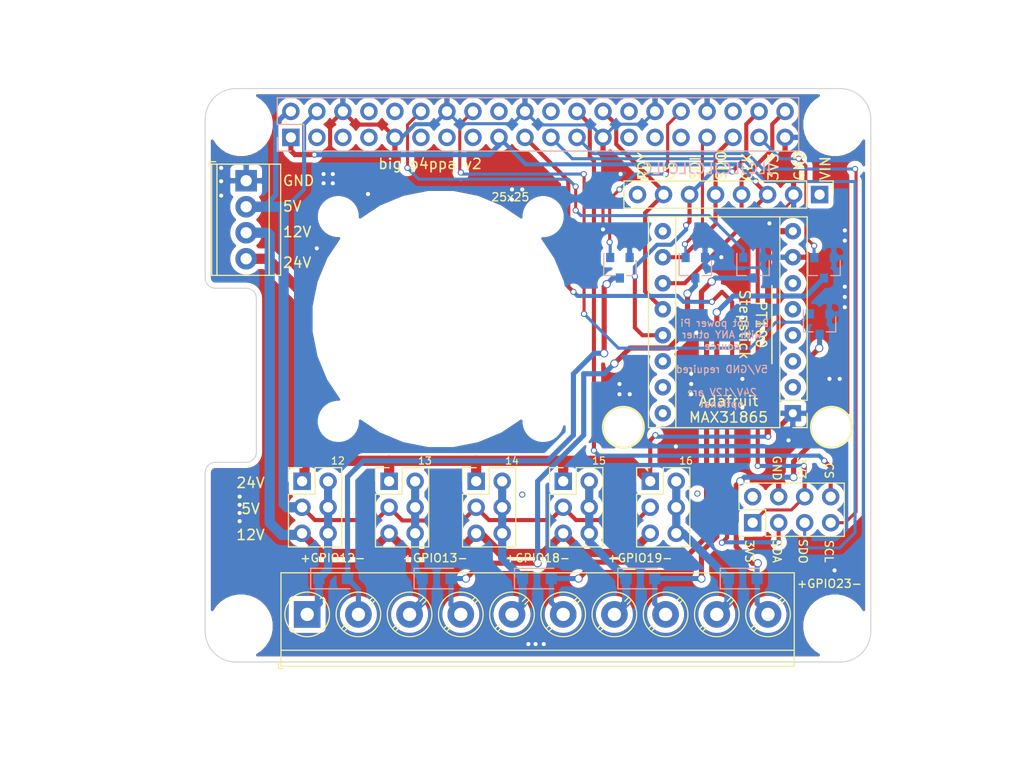
<source format=kicad_pcb>
(kicad_pcb (version 20171130) (host pcbnew "(5.1.9)-1")
  (layers (0 F.Cu signal) (31 B.Cu signal) (34 B.Paste user hide) (35 F.Paste user hide) (36 B.SilkS user) (37 F.SilkS user) (38 B.Mask user hide) (39 F.Mask user hide) (44 Edge.Cuts user))
  (net 0 "")
  (net 1 +5V)
  (net 2 GND)
  (net 3 +24V)
  (net 4 +12V)
  (net 5 +3V3)
  (net 6 MAX_SDI)
  (net 7 MAX_SDO)
  (net 8 MAX_CLK)
  (net 9 MAX_CS)
  (net 10 ADXL_CS)
  (net 11 ADXL_SDO)
  (net 12 ADXL_SDA)
  (net 13 ADXL_SCL)
  (net 14 GPIO19)
  (net 15 GPIO13)
  (net 16 GPIO12)
  (net 17 GPIO23)
  (net 18 GPIO18)
  (net 19 /GPIO12-)
  (net 20 /GPIO12+)
  (net 21 /GPIO13-)
  (net 22 /GPIO13+)
  (net 23 /GPIO18-)
  (net 24 /GPIO18+)
  (net 25 /GPIO19-)
  (net 26 /GPIO19+)
  (net 27 /GPIO23-)
  (net 28 /GPIO23+)
  (module !custom:TerminalBlock_TE_282834-4_1x04_P2.54mm_Horizontal (layer F.Cu) (at 74.5 54 270)
    (fp_text reference J1 hide)
    (fp_text value "Power Input")
    (pad 4 thru_hole circle (at 7.62 0 270) (size 2.1 2.1) (drill 1.1) (layers *.Cu *.Mask) (net 3 +24V))
    (pad 3 thru_hole circle (at 5.08 0 270) (size 2.1 2.1) (drill 1.1) (layers *.Cu *.Mask) (net 4 +12V))
    (pad 2 thru_hole circle (at 2.54 0 270) (size 2.1 2.1) (drill 1.1) (layers *.Cu *.Mask) (net 1 +5V))
    (pad 1 thru_hole rect (at 0 0 270) (size 2.1 2.1) (drill 1.1) (layers *.Cu *.Mask) (net 2 GND))
  )
  (module "Adafruit MAX31865:MOUNTINGHOLE_2.5_PLATED" (layer F.Cu) (at 111.3389 78.0764 180)
    (fp_text reference U$19 hide)
    (fp_text value H hide)
    (pad "" np_thru_hole circle (at 0 0 180) (size 3 3) (drill 3) (layers *.Cu *.Mask))
  )
  (module "Adafruit MAX31865:MOUNTINGHOLE_2.5_PLATED" (layer F.Cu) (at 131.6589 78.0764 180)
    (fp_text reference U$18 hide)
    (fp_text value H hide)
    (pad "" np_thru_hole circle (at 0 0 180) (size 3 3) (drill 3) (layers *.Cu *.Mask))
  )
  (module !Greg:Fan-25x25x10 (layer F.Cu) (at 93.5 67.5)
    (fp_text reference 25x25 (at 6.8 -11.9) (layer F.SilkS) (effects (font (size 0.8 0.8) (thickness 0.13))))
    (fp_text value Fan-25x25x10)
    (pad "" np_thru_hole circle (at 0 0) (size 24 24) (drill 24) (layers *.Cu *.Mask))
    (pad "" np_thru_hole circle (at -10 -10) (size 3 3) (drill 3) (layers *.Cu *.Mask))
    (pad "" np_thru_hole circle (at -10 10) (size 3 3) (drill 3) (layers *.Cu *.Mask))
    (pad "" np_thru_hole circle (at 10 10) (size 3 3) (drill 3) (layers *.Cu *.Mask))
    (pad "" np_thru_hole circle (at 10 -10) (size 3 3) (drill 3) (layers *.Cu *.Mask))
  )
  (module TerminalBlock_Phoenix:TerminalBlock_Phoenix_PT-1,5-10-5.0-H_1x10_P5.00mm_Horizontal (layer F.Cu) (at 80.462 96.35)
    (fp_text reference J4 hide)
    (fp_text value Output)
    (pad 10 thru_hole circle (at 45 0) (size 2.6 2.6) (drill 1.3) (layers *.Cu *.Mask) (net 27 /GPIO23-))
    (pad 9 thru_hole circle (at 40 0) (size 2.6 2.6) (drill 1.3) (layers *.Cu *.Mask) (net 28 /GPIO23+))
    (pad 8 thru_hole circle (at 35 0) (size 2.6 2.6) (drill 1.3) (layers *.Cu *.Mask) (net 25 /GPIO19-))
    (pad 7 thru_hole circle (at 30 0) (size 2.6 2.6) (drill 1.3) (layers *.Cu *.Mask) (net 26 /GPIO19+))
    (pad 6 thru_hole circle (at 25 0) (size 2.6 2.6) (drill 1.3) (layers *.Cu *.Mask) (net 23 /GPIO18-))
    (pad 5 thru_hole circle (at 20 0) (size 2.6 2.6) (drill 1.3) (layers *.Cu *.Mask) (net 24 /GPIO18+))
    (pad 4 thru_hole circle (at 15 0) (size 2.6 2.6) (drill 1.3) (layers *.Cu *.Mask) (net 21 /GPIO13-))
    (pad 3 thru_hole circle (at 10 0) (size 2.6 2.6) (drill 1.3) (layers *.Cu *.Mask) (net 22 /GPIO13+))
    (pad 2 thru_hole circle (at 5 0) (size 2.6 2.6) (drill 1.3) (layers *.Cu *.Mask) (net 19 /GPIO12-))
    (pad 1 thru_hole rect (at 0 0) (size 2.6 2.6) (drill 1.3) (layers *.Cu *.Mask) (net 20 /GPIO12+))
  )
  (module Connector_PinHeader_2.54mm:PinHeader_2x04_P2.54mm_Vertical (layer F.Cu) (at 123.962 87.396 90)
    (fp_text reference J15 hide)
    (fp_text value ADXL345)
    (pad 8 thru_hole oval (at 2.54 7.62 90) (size 1.7 1.7) (drill 1) (layers *.Cu *.Mask) (net 10 ADXL_CS))
    (pad 7 thru_hole oval (at 0 7.62 90) (size 1.7 1.7) (drill 1) (layers *.Cu *.Mask) (net 13 ADXL_SCL))
    (pad 6 thru_hole oval (at 2.54 5.08 90) (size 1.7 1.7) (drill 1) (layers *.Cu *.Mask) (net 5 +3V3))
    (pad 5 thru_hole oval (at 0 5.08 90) (size 1.7 1.7) (drill 1) (layers *.Cu *.Mask) (net 11 ADXL_SDO))
    (pad 4 thru_hole oval (at 2.54 2.54 90) (size 1.7 1.7) (drill 1) (layers *.Cu *.Mask) (net 2 GND))
    (pad 3 thru_hole oval (at 0 2.54 90) (size 1.7 1.7) (drill 1) (layers *.Cu *.Mask) (net 12 ADXL_SDA))
    (pad 2 thru_hole oval (at 2.54 0 90) (size 1.7 1.7) (drill 1) (layers *.Cu *.Mask))
    (pad 1 thru_hole rect (at 0 0 90) (size 1.7 1.7) (drill 1) (layers *.Cu *.Mask) (net 5 +3V3))
  )
  (module Package_TO_SOT_SMD:SOT-23 (layer B.Cu) (at 130.937 62.5 270)
    (fp_text reference Q6 hide)
    (fp_text value AO3402)
    (pad 3 smd rect (at 1 0 270) (size 0.9 0.8) (layers B.Cu B.Paste B.Mask) (net 25 /GPIO19-))
    (pad 2 smd rect (at -1 -0.95 270) (size 0.9 0.8) (layers B.Cu B.Paste B.Mask) (net 2 GND))
    (pad 1 smd rect (at -1 0.95 270) (size 0.9 0.8) (layers B.Cu B.Paste B.Mask) (net 14 GPIO19))
  )
  (module Module:Pololu_Breakout-16_15.2x20.3mm (layer F.Cu) (at 127.889 76.708 180)
    (fp_text reference A1 hide)
    (fp_text value Pololu_Breakout_A4988)
    (pad 16 thru_hole oval (at 12.7 0 180) (size 1.6 1.6) (drill 0.8) (layers *.Cu *.Mask))
    (pad 8 thru_hole oval (at 0 17.78 180) (size 1.6 1.6) (drill 0.8) (layers *.Cu *.Mask) (net 3 +24V))
    (pad 15 thru_hole oval (at 12.7 2.54 180) (size 1.6 1.6) (drill 0.8) (layers *.Cu *.Mask))
    (pad 7 thru_hole oval (at 0 15.24 180) (size 1.6 1.6) (drill 0.8) (layers *.Cu *.Mask) (net 2 GND))
    (pad 14 thru_hole oval (at 12.7 5.08 180) (size 1.6 1.6) (drill 0.8) (layers *.Cu *.Mask))
    (pad 6 thru_hole oval (at 0 12.7 180) (size 1.6 1.6) (drill 0.8) (layers *.Cu *.Mask))
    (pad 13 thru_hole oval (at 12.7 7.62 180) (size 1.6 1.6) (drill 0.8) (layers *.Cu *.Mask) (net 6 MAX_SDI))
    (pad 5 thru_hole oval (at 0 10.16 180) (size 1.6 1.6) (drill 0.8) (layers *.Cu *.Mask))
    (pad 12 thru_hole oval (at 12.7 10.16 180) (size 1.6 1.6) (drill 0.8) (layers *.Cu *.Mask) (net 9 MAX_CS))
    (pad 4 thru_hole oval (at 0 7.62 180) (size 1.6 1.6) (drill 0.8) (layers *.Cu *.Mask))
    (pad 11 thru_hole oval (at 12.7 12.7 180) (size 1.6 1.6) (drill 0.8) (layers *.Cu *.Mask) (net 8 MAX_CLK))
    (pad 3 thru_hole oval (at 0 5.08 180) (size 1.6 1.6) (drill 0.8) (layers *.Cu *.Mask))
    (pad 10 thru_hole oval (at 12.7 15.24 180) (size 1.6 1.6) (drill 0.8) (layers *.Cu *.Mask) (net 7 MAX_SDO))
    (pad 2 thru_hole oval (at 0 2.54 180) (size 1.6 1.6) (drill 0.8) (layers *.Cu *.Mask))
    (pad 9 thru_hole oval (at 12.7 17.78 180) (size 1.6 1.6) (drill 0.8) (layers *.Cu *.Mask))
    (pad 1 thru_hole rect (at 0 0 180) (size 1.6 1.6) (drill 0.8) (layers *.Cu *.Mask) (net 2 GND))
  )
  (module Connector_PinSocket_2.54mm:PinSocket_2x20_P2.54mm_Vertical (layer B.Cu) (at 78.87 49.77 270)
    (fp_text reference J2 hide)
    (fp_text value Raspberry_Pi)
    (pad 40 thru_hole oval (at -2.54 -48.26 270) (size 1.7 1.7) (drill 1) (layers *.Cu *.Mask) (net 8 MAX_CLK))
    (pad 39 thru_hole oval (at 0 -48.26 270) (size 1.7 1.7) (drill 1) (layers *.Cu *.Mask) (net 2 GND))
    (pad 38 thru_hole oval (at -2.54 -45.72 270) (size 1.7 1.7) (drill 1) (layers *.Cu *.Mask) (net 6 MAX_SDI))
    (pad 37 thru_hole oval (at 0 -45.72 270) (size 1.7 1.7) (drill 1) (layers *.Cu *.Mask) (net 14 GPIO19))
    (pad 36 thru_hole oval (at -2.54 -43.18 270) (size 1.7 1.7) (drill 1) (layers *.Cu *.Mask))
    (pad 35 thru_hole oval (at 0 -43.18 270) (size 1.7 1.7) (drill 1) (layers *.Cu *.Mask) (net 7 MAX_SDO))
    (pad 34 thru_hole oval (at -2.54 -40.64 270) (size 1.7 1.7) (drill 1) (layers *.Cu *.Mask) (net 2 GND))
    (pad 33 thru_hole oval (at 0 -40.64 270) (size 1.7 1.7) (drill 1) (layers *.Cu *.Mask) (net 15 GPIO13))
    (pad 32 thru_hole oval (at -2.54 -38.1 270) (size 1.7 1.7) (drill 1) (layers *.Cu *.Mask) (net 16 GPIO12))
    (pad 31 thru_hole oval (at 0 -38.1 270) (size 1.7 1.7) (drill 1) (layers *.Cu *.Mask))
    (pad 30 thru_hole oval (at -2.54 -35.56 270) (size 1.7 1.7) (drill 1) (layers *.Cu *.Mask) (net 2 GND))
    (pad 29 thru_hole oval (at 0 -35.56 270) (size 1.7 1.7) (drill 1) (layers *.Cu *.Mask))
    (pad 28 thru_hole oval (at -2.54 -33.02 270) (size 1.7 1.7) (drill 1) (layers *.Cu *.Mask))
    (pad 27 thru_hole oval (at 0 -33.02 270) (size 1.7 1.7) (drill 1) (layers *.Cu *.Mask))
    (pad 26 thru_hole oval (at -2.54 -30.48 270) (size 1.7 1.7) (drill 1) (layers *.Cu *.Mask) (net 9 MAX_CS))
    (pad 25 thru_hole oval (at 0 -30.48 270) (size 1.7 1.7) (drill 1) (layers *.Cu *.Mask) (net 2 GND))
    (pad 24 thru_hole oval (at -2.54 -27.94 270) (size 1.7 1.7) (drill 1) (layers *.Cu *.Mask) (net 10 ADXL_CS))
    (pad 23 thru_hole oval (at 0 -27.94 270) (size 1.7 1.7) (drill 1) (layers *.Cu *.Mask) (net 13 ADXL_SCL))
    (pad 22 thru_hole oval (at -2.54 -25.4 270) (size 1.7 1.7) (drill 1) (layers *.Cu *.Mask))
    (pad 21 thru_hole oval (at 0 -25.4 270) (size 1.7 1.7) (drill 1) (layers *.Cu *.Mask) (net 11 ADXL_SDO))
    (pad 20 thru_hole oval (at -2.54 -22.86 270) (size 1.7 1.7) (drill 1) (layers *.Cu *.Mask) (net 2 GND))
    (pad 19 thru_hole oval (at 0 -22.86 270) (size 1.7 1.7) (drill 1) (layers *.Cu *.Mask) (net 12 ADXL_SDA))
    (pad 18 thru_hole oval (at -2.54 -20.32 270) (size 1.7 1.7) (drill 1) (layers *.Cu *.Mask))
    (pad 17 thru_hole oval (at 0 -20.32 270) (size 1.7 1.7) (drill 1) (layers *.Cu *.Mask) (net 5 +3V3))
    (pad 16 thru_hole oval (at -2.54 -17.78 270) (size 1.7 1.7) (drill 1) (layers *.Cu *.Mask) (net 17 GPIO23))
    (pad 15 thru_hole oval (at 0 -17.78 270) (size 1.7 1.7) (drill 1) (layers *.Cu *.Mask))
    (pad 14 thru_hole oval (at -2.54 -15.24 270) (size 1.7 1.7) (drill 1) (layers *.Cu *.Mask) (net 2 GND))
    (pad 13 thru_hole oval (at 0 -15.24 270) (size 1.7 1.7) (drill 1) (layers *.Cu *.Mask))
    (pad 12 thru_hole oval (at -2.54 -12.7 270) (size 1.7 1.7) (drill 1) (layers *.Cu *.Mask) (net 18 GPIO18))
    (pad 11 thru_hole oval (at 0 -12.7 270) (size 1.7 1.7) (drill 1) (layers *.Cu *.Mask))
    (pad 10 thru_hole oval (at -2.54 -10.16 270) (size 1.7 1.7) (drill 1) (layers *.Cu *.Mask))
    (pad 9 thru_hole oval (at 0 -10.16 270) (size 1.7 1.7) (drill 1) (layers *.Cu *.Mask) (net 2 GND))
    (pad 8 thru_hole oval (at -2.54 -7.62 270) (size 1.7 1.7) (drill 1) (layers *.Cu *.Mask))
    (pad 7 thru_hole oval (at 0 -7.62 270) (size 1.7 1.7) (drill 1) (layers *.Cu *.Mask))
    (pad 6 thru_hole oval (at -2.54 -5.08 270) (size 1.7 1.7) (drill 1) (layers *.Cu *.Mask) (net 2 GND))
    (pad 5 thru_hole oval (at 0 -5.08 270) (size 1.7 1.7) (drill 1) (layers *.Cu *.Mask))
    (pad 4 thru_hole oval (at -2.54 -2.54 270) (size 1.7 1.7) (drill 1) (layers *.Cu *.Mask) (net 1 +5V))
    (pad 3 thru_hole oval (at 0 -2.54 270) (size 1.7 1.7) (drill 1) (layers *.Cu *.Mask))
    (pad 2 thru_hole oval (at -2.54 0 270) (size 1.7 1.7) (drill 1) (layers *.Cu *.Mask) (net 1 +5V))
    (pad 1 thru_hole rect (at 0 0 270) (size 1.7 1.7) (drill 1) (layers *.Cu *.Mask) (net 5 +3V3))
  )
  (module Diode_SMD:D_SOD-123F (layer B.Cu) (at 123 92.85)
    (fp_text reference D5 hide)
    (fp_text value D)
    (pad 2 smd rect (at 1.4 0) (size 1.1 1.1) (layers B.Cu B.Paste B.Mask) (net 27 /GPIO23-))
    (pad 1 smd rect (at -1.4 0) (size 1.1 1.1) (layers B.Cu B.Paste B.Mask) (net 28 /GPIO23+))
  )
  (module Diode_SMD:D_SOD-123F (layer B.Cu) (at 113 92.85)
    (fp_text reference D4 hide)
    (fp_text value D)
    (pad 2 smd rect (at 1.4 0) (size 1.1 1.1) (layers B.Cu B.Paste B.Mask) (net 25 /GPIO19-))
    (pad 1 smd rect (at -1.4 0) (size 1.1 1.1) (layers B.Cu B.Paste B.Mask) (net 26 /GPIO19+))
  )
  (module Diode_SMD:D_SOD-123F (layer B.Cu) (at 102.9 92.85)
    (fp_text reference D3 hide)
    (fp_text value D)
    (pad 2 smd rect (at 1.4 0) (size 1.1 1.1) (layers B.Cu B.Paste B.Mask) (net 23 /GPIO18-))
    (pad 1 smd rect (at -1.4 0) (size 1.1 1.1) (layers B.Cu B.Paste B.Mask) (net 24 /GPIO18+))
  )
  (module Diode_SMD:D_SOD-123F (layer B.Cu) (at 93.1 92.85)
    (fp_text reference D2 hide)
    (fp_text value D)
    (pad 2 smd rect (at 1.4 0) (size 1.1 1.1) (layers B.Cu B.Paste B.Mask) (net 21 /GPIO13-))
    (pad 1 smd rect (at -1.4 0) (size 1.1 1.1) (layers B.Cu B.Paste B.Mask) (net 22 /GPIO13+))
  )
  (module Diode_SMD:D_SOD-123F (layer B.Cu) (at 83 92.85)
    (fp_text reference D1 hide)
    (fp_text value D)
    (pad 2 smd rect (at 1.4 0) (size 1.1 1.1) (layers B.Cu B.Paste B.Mask) (net 19 /GPIO12-))
    (pad 1 smd rect (at -1.4 0) (size 1.1 1.1) (layers B.Cu B.Paste B.Mask) (net 20 /GPIO12+))
  )
  (module Package_TO_SOT_SMD:SOT-23 (layer B.Cu) (at 130.5 68 270)
    (fp_text reference Q1 hide)
    (fp_text value AO3402)
    (pad 1 smd rect (at -1 0.95 270) (size 0.9 0.8) (layers B.Cu B.Paste B.Mask) (net 17 GPIO23))
    (pad 2 smd rect (at -1 -0.95 270) (size 0.9 0.8) (layers B.Cu B.Paste B.Mask) (net 2 GND))
    (pad 3 smd rect (at 1 0 270) (size 0.9 0.8) (layers B.Cu B.Paste B.Mask) (net 27 /GPIO23-))
  )
  (module Connector_PinHeader_2.54mm:PinHeader_2x03_P2.54mm_Vertical (layer F.Cu) (at 96.962 83.35)
    (fp_text reference J14 hide)
    (fp_text value VOLTAGE18)
    (pad 6 thru_hole oval (at 2.54 5.08) (size 1.7 1.7) (drill 1) (layers *.Cu *.Mask) (net 24 /GPIO18+))
    (pad 5 thru_hole oval (at 0 5.08) (size 1.7 1.7) (drill 1) (layers *.Cu *.Mask) (net 4 +12V))
    (pad 4 thru_hole oval (at 2.54 2.54) (size 1.7 1.7) (drill 1) (layers *.Cu *.Mask) (net 24 /GPIO18+))
    (pad 3 thru_hole oval (at 0 2.54) (size 1.7 1.7) (drill 1) (layers *.Cu *.Mask) (net 1 +5V))
    (pad 2 thru_hole oval (at 2.54 0) (size 1.7 1.7) (drill 1) (layers *.Cu *.Mask) (net 24 /GPIO18+))
    (pad 1 thru_hole rect (at 0 0) (size 1.7 1.7) (drill 1) (layers *.Cu *.Mask) (net 3 +24V))
  )
  (module Connector_PinHeader_2.54mm:PinHeader_2x03_P2.54mm_Vertical (layer F.Cu) (at 88.462 83.35)
    (fp_text reference J13 hide)
    (fp_text value VOLTAGE13)
    (pad 6 thru_hole oval (at 2.54 5.08) (size 1.7 1.7) (drill 1) (layers *.Cu *.Mask) (net 22 /GPIO13+))
    (pad 5 thru_hole oval (at 0 5.08) (size 1.7 1.7) (drill 1) (layers *.Cu *.Mask) (net 4 +12V))
    (pad 4 thru_hole oval (at 2.54 2.54) (size 1.7 1.7) (drill 1) (layers *.Cu *.Mask) (net 22 /GPIO13+))
    (pad 3 thru_hole oval (at 0 2.54) (size 1.7 1.7) (drill 1) (layers *.Cu *.Mask) (net 1 +5V))
    (pad 2 thru_hole oval (at 2.54 0) (size 1.7 1.7) (drill 1) (layers *.Cu *.Mask) (net 22 /GPIO13+))
    (pad 1 thru_hole rect (at 0 0) (size 1.7 1.7) (drill 1) (layers *.Cu *.Mask) (net 3 +24V))
  )
  (module Connector_PinHeader_2.54mm:PinHeader_2x03_P2.54mm_Vertical (layer F.Cu) (at 79.962 83.35)
    (fp_text reference J12 hide)
    (fp_text value VOLTAGE12)
    (pad 6 thru_hole oval (at 2.54 5.08) (size 1.7 1.7) (drill 1) (layers *.Cu *.Mask) (net 20 /GPIO12+))
    (pad 5 thru_hole oval (at 0 5.08) (size 1.7 1.7) (drill 1) (layers *.Cu *.Mask) (net 4 +12V))
    (pad 4 thru_hole oval (at 2.54 2.54) (size 1.7 1.7) (drill 1) (layers *.Cu *.Mask) (net 20 /GPIO12+))
    (pad 3 thru_hole oval (at 0 2.54) (size 1.7 1.7) (drill 1) (layers *.Cu *.Mask) (net 1 +5V))
    (pad 2 thru_hole oval (at 2.54 0) (size 1.7 1.7) (drill 1) (layers *.Cu *.Mask) (net 20 /GPIO12+))
    (pad 1 thru_hole rect (at 0 0) (size 1.7 1.7) (drill 1) (layers *.Cu *.Mask) (net 3 +24V))
  )
  (module Connector_PinHeader_2.54mm:PinHeader_2x03_P2.54mm_Vertical (layer F.Cu) (at 105.462 83.35)
    (fp_text reference J11 hide)
    (fp_text value VOLTAGE19)
    (pad 6 thru_hole oval (at 2.54 5.08) (size 1.7 1.7) (drill 1) (layers *.Cu *.Mask) (net 26 /GPIO19+))
    (pad 5 thru_hole oval (at 0 5.08) (size 1.7 1.7) (drill 1) (layers *.Cu *.Mask) (net 4 +12V))
    (pad 4 thru_hole oval (at 2.54 2.54) (size 1.7 1.7) (drill 1) (layers *.Cu *.Mask) (net 26 /GPIO19+))
    (pad 3 thru_hole oval (at 0 2.54) (size 1.7 1.7) (drill 1) (layers *.Cu *.Mask) (net 1 +5V))
    (pad 2 thru_hole oval (at 2.54 0) (size 1.7 1.7) (drill 1) (layers *.Cu *.Mask) (net 26 /GPIO19+))
    (pad 1 thru_hole rect (at 0 0) (size 1.7 1.7) (drill 1) (layers *.Cu *.Mask) (net 3 +24V))
  )
  (module Connector_PinHeader_2.54mm:PinHeader_1x08_P2.54mm_Vertical (layer F.Cu) (at 130.5 55.35 270)
    (fp_text reference J8 hide)
    (fp_text value MAX13865)
    (pad 1 thru_hole rect (at 0 0 270) (size 1.7 1.7) (drill 1) (layers *.Cu *.Mask))
    (pad 2 thru_hole oval (at 0 2.54 270) (size 1.7 1.7) (drill 1) (layers *.Cu *.Mask) (net 2 GND))
    (pad 3 thru_hole oval (at 0 5.08 270) (size 1.7 1.7) (drill 1) (layers *.Cu *.Mask) (net 5 +3V3))
    (pad 4 thru_hole oval (at 0 7.62 270) (size 1.7 1.7) (drill 1) (layers *.Cu *.Mask) (net 8 MAX_CLK))
    (pad 5 thru_hole oval (at 0 10.16 270) (size 1.7 1.7) (drill 1) (layers *.Cu *.Mask) (net 7 MAX_SDO))
    (pad 6 thru_hole oval (at 0 12.7 270) (size 1.7 1.7) (drill 1) (layers *.Cu *.Mask) (net 6 MAX_SDI))
    (pad 7 thru_hole oval (at 0 15.24 270) (size 1.7 1.7) (drill 1) (layers *.Cu *.Mask) (net 9 MAX_CS))
    (pad 8 thru_hole oval (at 0 17.78 270) (size 1.7 1.7) (drill 1) (layers *.Cu *.Mask))
  )
  (module Connector_PinHeader_2.54mm:PinHeader_2x03_P2.54mm_Vertical (layer F.Cu) (at 113.962 83.35)
    (fp_text reference J3 hide)
    (fp_text value VOLTAGEFAN)
    (pad 1 thru_hole rect (at 0 0) (size 1.7 1.7) (drill 1) (layers *.Cu *.Mask) (net 3 +24V))
    (pad 2 thru_hole oval (at 2.54 0) (size 1.7 1.7) (drill 1) (layers *.Cu *.Mask) (net 28 /GPIO23+))
    (pad 3 thru_hole oval (at 0 2.54) (size 1.7 1.7) (drill 1) (layers *.Cu *.Mask) (net 1 +5V))
    (pad 4 thru_hole oval (at 2.54 2.54) (size 1.7 1.7) (drill 1) (layers *.Cu *.Mask) (net 28 /GPIO23+))
    (pad 5 thru_hole oval (at 0 5.08) (size 1.7 1.7) (drill 1) (layers *.Cu *.Mask) (net 4 +12V))
    (pad 6 thru_hole oval (at 2.54 5.08) (size 1.7 1.7) (drill 1) (layers *.Cu *.Mask) (net 28 /GPIO23+))
  )
  (module Package_TO_SOT_SMD:SOT-23 (layer B.Cu) (at 118.364 62.5 270)
    (fp_text reference Q5 hide)
    (fp_text value AO3402)
    (pad 3 smd rect (at 1 0 270) (size 0.9 0.8) (layers B.Cu B.Paste B.Mask) (net 21 /GPIO13-))
    (pad 2 smd rect (at -1 -0.95 270) (size 0.9 0.8) (layers B.Cu B.Paste B.Mask) (net 2 GND))
    (pad 1 smd rect (at -1 0.95 270) (size 0.9 0.8) (layers B.Cu B.Paste B.Mask) (net 15 GPIO13))
  )
  (module Package_TO_SOT_SMD:SOT-23 (layer B.Cu) (at 124 62.5 270)
    (fp_text reference Q4 hide)
    (fp_text value AO3402)
    (pad 3 smd rect (at 1 0 270) (size 0.9 0.8) (layers B.Cu B.Paste B.Mask) (net 23 /GPIO18-))
    (pad 2 smd rect (at -1 -0.95 270) (size 0.9 0.8) (layers B.Cu B.Paste B.Mask) (net 2 GND))
    (pad 1 smd rect (at -1 0.95 270) (size 0.9 0.8) (layers B.Cu B.Paste B.Mask) (net 18 GPIO18))
  )
  (module Package_TO_SOT_SMD:SOT-23 (layer B.Cu) (at 111 62.5 270)
    (fp_text reference Q3 hide)
    (fp_text value AO3402)
    (pad 3 smd rect (at 1 0 270) (size 0.9 0.8) (layers B.Cu B.Paste B.Mask) (net 19 /GPIO12-))
    (pad 2 smd rect (at -1 -0.95 270) (size 0.9 0.8) (layers B.Cu B.Paste B.Mask) (net 2 GND))
    (pad 1 smd rect (at -1 0.95 270) (size 0.9 0.8) (layers B.Cu B.Paste B.Mask) (net 16 GPIO12))
  )
  (module RPi_Hat:RPi_Hat_Mounting_Hole (layer F.Cu) (at 132 48.5)
    (fp_text reference "" hide)
    (fp_text value "" hide)
    (pad "" np_thru_hole circle (at 0 0) (size 2.75 2.75) (drill 2.75) (layers *.Cu *.Mask) (clearance 1.725))
  )
  (module RPi_Hat:RPi_Hat_Mounting_Hole (layer F.Cu) (at 132 97.5)
    (fp_text reference "" hide)
    (fp_text value "" hide)
    (pad "" np_thru_hole circle (at 0 0) (size 2.75 2.75) (drill 2.75) (layers *.Cu *.Mask) (clearance 1.725))
  )
  (module RPi_Hat:RPi_Hat_Mounting_Hole (layer F.Cu) (at 74 97.5)
    (fp_text reference "" hide)
    (fp_text value "" hide)
    (pad "" np_thru_hole circle (at 0 0) (size 2.75 2.75) (drill 2.75) (layers *.Cu *.Mask) (clearance 1.725))
  )
  (module RPi_Hat:RPi_Hat_Mounting_Hole (layer F.Cu) (at 74 48.5)
    (fp_text reference "" hide)
    (fp_text value "" hide)
    (pad "" np_thru_hole circle (at 0 0) (size 2.75 2.75) (drill 2.75) (layers *.Cu *.Mask) (clearance 1.725))
  )
  (gr_text 16 (at 117.462 81.35) (layer F.SilkS) (effects (font (size 0.7 0.7) (thickness 0.11))))
  (gr_text 15 (at 108.962 81.35) (layer F.SilkS) (effects (font (size 0.7 0.7) (thickness 0.11))))
  (gr_text 14 (at 100.462 81.35) (layer F.SilkS) (effects (font (size 0.7 0.7) (thickness 0.11))))
  (gr_text 13 (at 91.962 81.35) (layer F.SilkS) (effects (font (size 0.7 0.7) (thickness 0.11))))
  (gr_text 12 (at 83.462 81.35) (layer F.SilkS) (effects (font (size 0.7 0.7) (thickness 0.11))))
  (gr_text +GPIO23- (at 131.462 93.35) (layer F.SilkS) (effects (font (size 0.8 0.8) (thickness 0.13))))
  (gr_text +GPIO19- (at 112.962 90.85) (layer F.SilkS) (effects (font (size 0.8 0.8) (thickness 0.13))))
  (gr_text +GPIO18- (at 102.962 90.85) (layer F.SilkS) (effects (font (size 0.8 0.8) (thickness 0.13))))
  (gr_text +GPIO13- (at 92.962 90.85) (layer F.SilkS) (effects (font (size 0.8 0.8) (thickness 0.13))))
  (gr_text +GPIO12- (at 82.962 90.85) (layer F.SilkS) (effects (font (size 0.8 0.8) (thickness 0.13))))
  (gr_text 3V3 (at 128.72 82.062 270) (layer F.SilkS) (effects (font (size 0.8 0.8) (thickness 0.13))))
  (gr_text "__________\nPT100\nStepstick" (at 124.785 68.05 -90) (layer F.SilkS) (effects (font (size 1 1))))
  (gr_text JLCJLCJLCJLCJLC (at 119.634 52.832) (layer B.SilkS) (effects (font (size 1 1)) (justify mirror)))
  (gr_text "Do not power Pi \nwith ANY other\nsource\n\n5V/GND required\n\n24V/12V are\noptional" (at 120.962 71.85) (layer B.SilkS) (effects (font (size 0.7 0.7) (thickness 0.12)) (justify mirror)))
  (gr_text "Adafruit\nMAX31865" (at 121.61 76.305) (layer F.SilkS) (effects (font (size 1 1))))
  (gr_text "big p4ppa v2" (at 92.462 52.35) (layer F.SilkS) (effects (font (size 1 1))))
  (gr_text 3V3 (at 123.64 90.19 270) (layer F.SilkS) (effects (font (size 0.8 0.8) (thickness 0.13))))
  (gr_text GND (at 126.3324 82.062 270) (layer F.SilkS) (effects (font (size 0.8 0.8) (thickness 0.13))))
  (gr_text SDA (at 126.3324 90.19 270) (layer F.SilkS) (effects (font (size 0.8 0.8) (thickness 0.13))))
  (gr_text SDO (at 128.8724 90.19 270) (layer F.SilkS) (effects (font (size 0.8 0.8) (thickness 0.13))))
  (gr_text SCL (at 131.4124 90.19 270) (layer F.SilkS) (effects (font (size 0.8 0.8) (thickness 0.13))))
  (gr_text CS (at 131.4124 82.316 270) (layer F.SilkS) (effects (font (size 0.8 0.8) (thickness 0.13))))
  (gr_text 24V (at 78 62) (layer F.SilkS) (effects (font (size 1 1)) (justify left)))
  (gr_text 12V (at 78 59) (layer F.SilkS) (effects (font (size 1 1)) (justify left)))
  (gr_text 5V (at 78 56.5) (layer F.SilkS) (effects (font (size 1 1)) (justify left)))
  (gr_text GND (at 78 54) (layer F.SilkS) (effects (font (size 1 1)) (justify left)))
  (gr_text 12V (at 74.93 88.5825) (layer F.SilkS) (effects (font (size 1 1))))
  (gr_text 5V (at 74.93 86.0425) (layer F.SilkS) (effects (font (size 1 1))))
  (gr_text 24V (at 74.93 83.5025) (layer F.SilkS) (effects (font (size 1 1))))
  (gr_text CLK (at 122.88 54.08 90) (layer F.SilkS) (effects (font (size 0.9652 0.9652) (thickness 0.1524)) (justify left top)))
  (gr_text GND (at 127.96 54.08 90) (layer F.SilkS) (effects (font (size 0.9652 0.9652) (thickness 0.1524)) (justify left top)))
  (gr_text 3V3 (at 125.42 54.08 90) (layer F.SilkS) (effects (font (size 0.9652 0.9652) (thickness 0.1524)) (justify left top)))
  (gr_text SDI (at 117.8 54.08 90) (layer F.SilkS) (effects (font (size 0.9652 0.9652) (thickness 0.1524)) (justify left top)))
  (gr_text VIN (at 130.5 54.02 90) (layer F.SilkS) (effects (font (size 0.9652 0.9652) (thickness 0.1524)) (justify left top)))
  (gr_text RDY (at 112.72 54.08 90) (layer F.SilkS) (effects (font (size 0.9652 0.9652) (thickness 0.1524)) (justify left top)))
  (gr_text SDO (at 120.34 54.08 90) (layer F.SilkS) (effects (font (size 0.9652 0.9652) (thickness 0.1524)) (justify left top)))
  (gr_text CS (at 115.26 54.08 90) (layer F.SilkS) (effects (font (size 0.9652 0.9652) (thickness 0.1524)) (justify left top)))
  (gr_arc (start 132.5 48) (end 132.5 45) (angle 90) (layer Edge.Cuts) (width 0.1))
  (gr_line (start 73.5 45) (end 132.5 45) (angle 90) (layer Edge.Cuts) (width 0.1))
  (gr_arc (start 73.5 48) (end 70.5 48) (angle 90) (layer Edge.Cuts) (width 0.1))
  (gr_arc (start 71.5 82.5) (end 70.5 82.5) (angle 90) (layer Edge.Cuts) (width 0.1))
  (gr_arc (start 74.5 80.5) (end 75.5 80.5) (angle 90) (layer Edge.Cuts) (width 0.1))
  (gr_arc (start 74.5 65.5) (end 74.5 64.5) (angle 90) (layer Edge.Cuts) (width 0.1))
  (gr_arc (start 71.5 63.5) (end 71.5 64.5) (angle 90) (layer Edge.Cuts) (width 0.1))
  (gr_arc (start 132.5 98) (end 135.5 98) (angle 90) (layer Edge.Cuts) (width 0.1))
  (gr_arc (start 73.5 98) (end 73.5 101) (angle 90) (layer Edge.Cuts) (width 0.1))
  (gr_line (start 70.5 82.5) (end 70.5 98) (layer Edge.Cuts) (width 0.1))
  (gr_line (start 70.5 48) (end 70.5 63.5) (layer Edge.Cuts) (width 0.1))
  (gr_line (start 71.5 81.5) (end 74.5 81.5) (layer Edge.Cuts) (width 0.1))
  (gr_line (start 71.5 64.5) (end 74.5 64.5) (layer Edge.Cuts) (width 0.1))
  (gr_line (start 75.5 65.5) (end 75.5 80.5) (layer Edge.Cuts) (width 0.1))
  (gr_line (start 73.5 101) (end 132.5 101) (angle 90) (layer Edge.Cuts) (width 0.1))
  (gr_line (start 135.5 48) (end 135.5 98) (angle 90) (layer Edge.Cuts) (width 0.1))
  (via (at 101.462 84.65) (size 0.6) (drill 0.4) (layers F.Cu B.Cu) (net 0))
  (via (at 118.562 84.55) (size 0.6) (drill 0.4) (layers F.Cu B.Cu) (net 0))
  (segment (start 78.46 56.54) (end 74.5 56.54) (width 0.4) (layer B.Cu) (net 1))
  (segment (start 80.159999 54.840001) (end 78.46 56.54) (width 0.4) (layer B.Cu) (net 1))
  (segment (start 80.159999 48.480001) (end 80.159999 54.840001) (width 0.4) (layer B.Cu) (net 1))
  (segment (start 81.41 47.23) (end 80.159999 48.480001) (width 0.4) (layer B.Cu) (net 1))
  (segment (start 76.24 56.54) (end 74.5 56.54) (width 1) (layer B.Cu) (net 1))
  (segment (start 87.211999 87.140001) (end 88.462 85.89) (width 0.4) (layer F.Cu) (net 1))
  (segment (start 81.212001 87.140001) (end 87.211999 87.140001) (width 0.4) (layer F.Cu) (net 1))
  (segment (start 79.962 85.89) (end 81.212001 87.140001) (width 0.4) (layer F.Cu) (net 1))
  (segment (start 95.672001 87.179999) (end 96.962 85.89) (width 0.4) (layer F.Cu) (net 1))
  (segment (start 89.751999 87.179999) (end 95.672001 87.179999) (width 0.4) (layer F.Cu) (net 1))
  (segment (start 88.462 85.89) (end 89.751999 87.179999) (width 0.4) (layer F.Cu) (net 1))
  (segment (start 104.211999 87.140001) (end 105.462 85.89) (width 0.4) (layer F.Cu) (net 1))
  (segment (start 98.212001 87.140001) (end 104.211999 87.140001) (width 0.4) (layer F.Cu) (net 1))
  (segment (start 96.962 85.89) (end 98.212001 87.140001) (width 0.4) (layer F.Cu) (net 1))
  (segment (start 112.711999 87.140001) (end 113.962 85.89) (width 0.4) (layer F.Cu) (net 1))
  (segment (start 106.712001 87.140001) (end 112.711999 87.140001) (width 0.4) (layer F.Cu) (net 1))
  (segment (start 105.462 85.89) (end 106.712001 87.140001) (width 0.4) (layer F.Cu) (net 1))
  (segment (start 77.4 55.38) (end 76.24 56.54) (width 0.5) (layer B.Cu) (net 1))
  (segment (start 77.4 48.4) (end 77.4 55.38) (width 0.5) (layer B.Cu) (net 1))
  (segment (start 78.57 47.23) (end 77.4 48.4) (width 0.5) (layer B.Cu) (net 1))
  (segment (start 78.87 47.23) (end 78.57 47.23) (width 0.5) (layer B.Cu) (net 1))
  (segment (start 78.162 85.55) (end 78.502 85.89) (width 1) (layer B.Cu) (net 1))
  (segment (start 78.162 56.562) (end 78.162 85.55) (width 1) (layer B.Cu) (net 1))
  (segment (start 78.14 56.54) (end 78.162 56.562) (width 1) (layer B.Cu) (net 1))
  (segment (start 78.502 85.89) (end 79.962 85.89) (width 1) (layer B.Cu) (net 1))
  (segment (start 74.5 56.54) (end 78.14 56.54) (width 1) (layer B.Cu) (net 1))
  (segment (start 82.699999 48.480001) (end 83.95 47.23) (width 0.4) (layer F.Cu) (net 2))
  (segment (start 82.699999 51.300001) (end 82.699999 48.480001) (width 0.4) (layer F.Cu) (net 2))
  (segment (start 80 54) (end 82.699999 51.300001) (width 0.4) (layer F.Cu) (net 2))
  (segment (start 74.5 54) (end 80 54) (width 0.4) (layer F.Cu) (net 2))
  (segment (start 87.779999 48.519999) (end 89.03 49.77) (width 0.4) (layer F.Cu) (net 2))
  (segment (start 85.239999 48.519999) (end 87.779999 48.519999) (width 0.4) (layer F.Cu) (net 2))
  (segment (start 83.95 47.23) (end 85.239999 48.519999) (width 0.4) (layer F.Cu) (net 2))
  (segment (start 92.859999 48.480001) (end 94.11 47.23) (width 0.4) (layer B.Cu) (net 2))
  (segment (start 91.009997 48.480001) (end 92.859999 48.480001) (width 0.4) (layer B.Cu) (net 2))
  (segment (start 89.719998 49.77) (end 91.009997 48.480001) (width 0.4) (layer B.Cu) (net 2))
  (segment (start 89.03 49.77) (end 89.719998 49.77) (width 0.4) (layer B.Cu) (net 2))
  (segment (start 110.639999 48.480001) (end 109.35 49.77) (width 0.3) (layer B.Cu) (net 2))
  (segment (start 114.43 47.23) (end 113.179999 48.480001) (width 0.3) (layer B.Cu) (net 2))
  (segment (start 113.179999 48.480001) (end 110.639999 48.480001) (width 0.3) (layer B.Cu) (net 2))
  (via (at 81.4 60.6) (size 0.6) (drill 0.4) (layers F.Cu B.Cu) (net 2))
  (via (at 86.4 55.3) (size 0.6) (drill 0.4) (layers F.Cu B.Cu) (net 2))
  (via (at 120.904 61.468) (size 0.6) (drill 0.4) (layers F.Cu B.Cu) (net 2))
  (via (at 132.962 58.85) (size 0.6) (drill 0.4) (layers F.Cu B.Cu) (net 2))
  (via (at 125.603 58.166) (size 0.6) (drill 0.4) (layers F.Cu B.Cu) (net 2))
  (segment (start 124.95 58.819) (end 125.603 58.166) (width 0.25) (layer B.Cu) (net 2))
  (segment (start 124.95 61.5) (end 124.95 58.819) (width 0.25) (layer B.Cu) (net 2))
  (segment (start 127.96 55.809) (end 127.96 55.35) (width 0.25) (layer F.Cu) (net 2))
  (segment (start 125.603 58.166) (end 127.96 55.809) (width 0.25) (layer F.Cu) (net 2))
  (segment (start 124.95 62.248) (end 124.95 61.5) (width 0.25) (layer B.Cu) (net 2))
  (segment (start 124.714 62.484) (end 124.95 62.248) (width 0.25) (layer B.Cu) (net 2))
  (segment (start 119.761 62.484) (end 124.714 62.484) (width 0.25) (layer B.Cu) (net 2))
  (segment (start 119.314 62.037) (end 119.761 62.484) (width 0.25) (layer B.Cu) (net 2))
  (segment (start 119.314 61.5) (end 119.314 62.037) (width 0.25) (layer B.Cu) (net 2))
  (via (at 118.462 68.85) (size 0.6) (drill 0.4) (layers F.Cu B.Cu) (net 2))
  (via (at 122.962 73.35) (size 0.6) (drill 0.4) (layers F.Cu B.Cu) (net 2))
  (via (at 122.962 67.35) (size 0.6) (drill 0.4) (layers F.Cu B.Cu) (net 2))
  (segment (start 103.05 48.55) (end 101.73 47.23) (width 0.3) (layer B.Cu) (net 2))
  (segment (start 108.13 48.55) (end 103.05 48.55) (width 0.3) (layer B.Cu) (net 2))
  (segment (start 109.35 49.77) (end 108.13 48.55) (width 0.3) (layer B.Cu) (net 2))
  (via (at 122.962 76.15) (size 0.6) (drill 0.4) (layers F.Cu B.Cu) (net 2))
  (via (at 131.962 92.05) (size 0.6) (drill 0.4) (layers F.Cu B.Cu) (net 2))
  (segment (start 126.502 78.095) (end 127.889 76.708) (width 0.5) (layer F.Cu) (net 2))
  (segment (start 126.502 84.856) (end 126.502 78.095) (width 0.5) (layer F.Cu) (net 2))
  (segment (start 95.310001 48.430001) (end 94.11 47.23) (width 0.3) (layer B.Cu) (net 2))
  (segment (start 100.529999 48.430001) (end 95.310001 48.430001) (width 0.3) (layer B.Cu) (net 2))
  (segment (start 101.73 47.23) (end 100.529999 48.430001) (width 0.3) (layer B.Cu) (net 2))
  (via (at 111.062 53.35) (size 0.6) (drill 0.4) (layers F.Cu B.Cu) (net 2))
  (via (at 109.35 58.75) (size 0.6) (drill 0.4) (layers F.Cu B.Cu) (net 2))
  (segment (start 109.35 49.77) (end 109.35 58.75) (width 0.3) (layer F.Cu) (net 2))
  (segment (start 109.35 58.75) (end 110.962 58.75) (width 0.3) (layer B.Cu) (net 2))
  (segment (start 111.95 59.738) (end 111.95 61.5) (width 0.3) (layer B.Cu) (net 2))
  (segment (start 110.962 58.75) (end 111.95 59.738) (width 0.3) (layer B.Cu) (net 2))
  (via (at 72.062 55.45) (size 0.6) (drill 0.4) (layers F.Cu B.Cu) (net 2))
  (via (at 72.062 54.05) (size 0.6) (drill 0.4) (layers F.Cu B.Cu) (net 2))
  (via (at 72.062 52.75) (size 0.6) (drill 0.4) (layers F.Cu B.Cu) (net 2))
  (via (at 82.062 53.35) (size 0.6) (drill 0.4) (layers F.Cu B.Cu) (net 2))
  (via (at 82.062 54.25) (size 0.6) (drill 0.4) (layers F.Cu B.Cu) (net 2))
  (via (at 82.962 53.35) (size 0.6) (drill 0.4) (layers F.Cu B.Cu) (net 2))
  (via (at 82.962 54.25) (size 0.6) (drill 0.4) (layers F.Cu B.Cu) (net 2))
  (via (at 73.862 84.85) (size 0.6) (drill 0.4) (layers F.Cu B.Cu) (net 2))
  (via (at 73.862 85.65) (size 0.6) (drill 0.4) (layers F.Cu B.Cu) (net 2))
  (via (at 73.862 86.45) (size 0.6) (drill 0.4) (layers F.Cu B.Cu) (net 2))
  (via (at 73.862 87.25) (size 0.6) (drill 0.4) (layers F.Cu B.Cu) (net 2))
  (via (at 102.762 99.25) (size 0.6) (drill 0.4) (layers F.Cu B.Cu) (net 2))
  (via (at 102.062 99.25) (size 0.6) (drill 0.4) (layers F.Cu B.Cu) (net 2))
  (via (at 103.562 99.25) (size 0.6) (drill 0.4) (layers F.Cu B.Cu) (net 2))
  (via (at 132.962 59.85) (size 0.6) (drill 0.4) (layers F.Cu B.Cu) (net 2))
  (via (at 132.962 64.35) (size 0.6) (drill 0.4) (layers F.Cu B.Cu) (net 2))
  (via (at 132.962 65.35) (size 0.6) (drill 0.4) (layers F.Cu B.Cu) (net 2))
  (via (at 132.462 73.35) (size 0.6) (drill 0.4) (layers F.Cu B.Cu) (net 2))
  (via (at 131.462 73.35) (size 0.6) (drill 0.4) (layers F.Cu B.Cu) (net 2))
  (via (at 117.962 72.85) (size 0.6) (drill 0.4) (layers F.Cu B.Cu) (net 2))
  (via (at 117.962 73.85) (size 0.6) (drill 0.4) (layers F.Cu B.Cu) (net 2))
  (via (at 117.962 74.85) (size 0.6) (drill 0.4) (layers F.Cu B.Cu) (net 2))
  (via (at 110.962 73.85) (size 0.6) (drill 0.4) (layers F.Cu B.Cu) (net 2))
  (via (at 110.962 74.85) (size 0.6) (drill 0.4) (layers F.Cu B.Cu) (net 2))
  (via (at 111.962 74.85) (size 0.6) (drill 0.4) (layers F.Cu B.Cu) (net 2))
  (via (at 101.462 54.85) (size 0.6) (drill 0.4) (layers F.Cu B.Cu) (net 2))
  (via (at 100.462 54.85) (size 0.6) (drill 0.4) (layers F.Cu B.Cu) (net 2))
  (via (at 100.462 55.85) (size 0.6) (drill 0.4) (layers F.Cu B.Cu) (net 2))
  (via (at 127.462 79.35) (size 0.6) (drill 0.4) (layers F.Cu B.Cu) (net 2))
  (via (at 116.462 79.95) (size 0.6) (drill 0.4) (layers F.Cu B.Cu) (net 2))
  (via (at 132.962 66.35) (size 0.6) (drill 0.4) (layers F.Cu B.Cu) (net 2))
  (segment (start 74.5 61.62) (end 74.5 61.75) (width 1) (layer F.Cu) (net 3))
  (via (at 125.476 78.994) (size 0.6) (drill 0.4) (layers F.Cu B.Cu) (net 3))
  (segment (start 125.476 59.69) (end 126.238 58.928) (width 0.6) (layer F.Cu) (net 3))
  (segment (start 125.476 78.994) (end 125.437999 78.955999) (width 0.6) (layer F.Cu) (net 3))
  (segment (start 125.437999 72.767999) (end 125.476 72.729998) (width 0.6) (layer F.Cu) (net 3))
  (segment (start 125.476 72.729998) (end 125.476 59.69) (width 0.6) (layer F.Cu) (net 3))
  (segment (start 125.437999 78.955999) (end 125.437999 72.767999) (width 0.6) (layer F.Cu) (net 3))
  (segment (start 126.238 58.928) (end 127.889 58.928) (width 0.6) (layer F.Cu) (net 3))
  (segment (start 80.2 83.112) (end 79.962 83.35) (width 1) (layer F.Cu) (net 3))
  (segment (start 76.62 61.62) (end 80.2 65.2) (width 1) (layer F.Cu) (net 3))
  (segment (start 74.5 61.62) (end 76.62 61.62) (width 1) (layer F.Cu) (net 3))
  (segment (start 80.2 80.112) (end 80.724 80.112) (width 1) (layer F.Cu) (net 3))
  (segment (start 80.2 65.2) (end 80.2 80.112) (width 1) (layer F.Cu) (net 3))
  (segment (start 80.2 80.112) (end 80.2 83.112) (width 1) (layer F.Cu) (net 3))
  (segment (start 80.724 80.112) (end 81.962 81.35) (width 1) (layer F.Cu) (net 3))
  (segment (start 111.962 81.35) (end 113.962 83.35) (width 1) (layer F.Cu) (net 3))
  (segment (start 105.462 81.35) (end 105.462 83.35) (width 1) (layer F.Cu) (net 3))
  (segment (start 105.462 81.35) (end 111.962 81.35) (width 1) (layer F.Cu) (net 3))
  (segment (start 96.962 81.35) (end 96.962 83.35) (width 1) (layer F.Cu) (net 3))
  (segment (start 96.962 81.35) (end 105.462 81.35) (width 1) (layer F.Cu) (net 3))
  (segment (start 88.462 81.35) (end 88.462 83.35) (width 1) (layer F.Cu) (net 3))
  (segment (start 81.962 81.35) (end 88.462 81.35) (width 1) (layer F.Cu) (net 3))
  (segment (start 88.462 81.35) (end 96.962 81.35) (width 1) (layer F.Cu) (net 3))
  (via (at 114.462 78.85) (size 0.6) (drill 0.4) (layers F.Cu B.Cu) (net 3))
  (segment (start 114.606 78.994) (end 114.462 78.85) (width 0.4) (layer B.Cu) (net 3))
  (segment (start 125.476 78.994) (end 114.606 78.994) (width 0.4) (layer B.Cu) (net 3))
  (segment (start 113.962 79.35) (end 113.962 83.35) (width 0.4) (layer F.Cu) (net 3))
  (segment (start 114.462 78.85) (end 113.962 79.35) (width 0.4) (layer F.Cu) (net 3))
  (segment (start 74.5 59.08) (end 76.58 59.08) (width 1) (layer B.Cu) (net 4))
  (segment (start 76.58 59.08) (end 76.8 59.3) (width 1) (layer B.Cu) (net 4))
  (segment (start 76.8 59.3) (end 76.8 87.4) (width 1) (layer B.Cu) (net 4))
  (segment (start 77.98 88.58) (end 76.8 87.4) (width 1) (layer B.Cu) (net 4))
  (segment (start 80 88.58) (end 77.98 88.58) (width 1) (layer B.Cu) (net 4))
  (segment (start 112.042 90.35) (end 113.962 88.43) (width 0.8) (layer F.Cu) (net 4))
  (segment (start 107.382 90.35) (end 112.042 90.35) (width 0.8) (layer F.Cu) (net 4))
  (segment (start 105.462 88.43) (end 107.382 90.35) (width 0.8) (layer F.Cu) (net 4))
  (segment (start 103.542 90.35) (end 105.462 88.43) (width 0.8) (layer F.Cu) (net 4))
  (segment (start 99.275998 90.35) (end 103.542 90.35) (width 0.8) (layer F.Cu) (net 4))
  (segment (start 97.355998 88.43) (end 99.275998 90.35) (width 0.8) (layer F.Cu) (net 4))
  (segment (start 96.962 88.43) (end 97.355998 88.43) (width 0.8) (layer F.Cu) (net 4))
  (segment (start 95.042 90.35) (end 96.962 88.43) (width 0.8) (layer F.Cu) (net 4))
  (segment (start 90.382 90.35) (end 95.042 90.35) (width 0.8) (layer F.Cu) (net 4))
  (segment (start 88.462 88.43) (end 90.382 90.35) (width 0.8) (layer F.Cu) (net 4))
  (segment (start 86.542 90.35) (end 88.462 88.43) (width 0.8) (layer F.Cu) (net 4))
  (segment (start 81.882 90.35) (end 86.542 90.35) (width 0.8) (layer F.Cu) (net 4))
  (segment (start 79.962 88.43) (end 81.882 90.35) (width 0.8) (layer F.Cu) (net 4))
  (via (at 128.962 81.85) (size 0.6) (drill 0.4) (layers F.Cu B.Cu) (net 5))
  (segment (start 129.042 81.93) (end 128.962 81.85) (width 0.4) (layer F.Cu) (net 5))
  (segment (start 129.042 84.856) (end 129.042 81.93) (width 0.4) (layer F.Cu) (net 5))
  (segment (start 101.820011 52.400011) (end 122.592757 52.400011) (width 0.4) (layer B.Cu) (net 5))
  (segment (start 99.19 49.77) (end 101.820011 52.400011) (width 0.4) (layer B.Cu) (net 5))
  (segment (start 124.252371 54.182371) (end 124.252371 54.059625) (width 0.4) (layer F.Cu) (net 5))
  (segment (start 125.42 55.35) (end 124.252371 54.182371) (width 0.4) (layer F.Cu) (net 5))
  (segment (start 122.592757 52.400011) (end 124.252371 54.059625) (width 0.4) (layer B.Cu) (net 5))
  (via (at 124.252371 54.059625) (size 0.6) (drill 0.4) (layers F.Cu B.Cu) (net 5))
  (segment (start 124.462 56.308) (end 124.462 81.85) (width 0.4) (layer F.Cu) (net 5))
  (segment (start 125.42 55.35) (end 124.462 56.308) (width 0.4) (layer F.Cu) (net 5))
  (segment (start 128.962 81.85) (end 128.537736 81.85) (width 0.4) (layer B.Cu) (net 5))
  (segment (start 128.537736 81.85) (end 124.462 81.85) (width 0.4) (layer B.Cu) (net 5))
  (via (at 124.462 81.85) (size 0.6) (drill 0.4) (layers F.Cu B.Cu) (net 5))
  (via (at 81.162 51.45) (size 0.6) (drill 0.4) (layers F.Cu B.Cu) (net 5))
  (segment (start 81.162 51.45) (end 98.262 51.45) (width 0.5) (layer B.Cu) (net 5))
  (segment (start 99.19 50.522) (end 99.19 49.77) (width 0.5) (layer B.Cu) (net 5))
  (segment (start 98.262 51.45) (end 99.19 50.522) (width 0.5) (layer B.Cu) (net 5))
  (segment (start 79.262 51.45) (end 81.162 51.45) (width 0.5) (layer F.Cu) (net 5))
  (segment (start 78.87 51.058) (end 79.262 51.45) (width 0.5) (layer F.Cu) (net 5))
  (segment (start 78.87 49.77) (end 78.87 51.058) (width 0.5) (layer F.Cu) (net 5))
  (segment (start 127.748 86.15) (end 129.042 84.856) (width 0.3) (layer F.Cu) (net 5))
  (segment (start 125.208 86.15) (end 127.748 86.15) (width 0.3) (layer F.Cu) (net 5))
  (segment (start 123.962 87.396) (end 125.208 86.15) (width 0.3) (layer F.Cu) (net 5))
  (segment (start 115.189 69.088) (end 113.2 69.088) (width 0.4) (layer F.Cu) (net 6))
  (segment (start 117.8 58.012) (end 117.462 58.35) (width 0.4) (layer F.Cu) (net 6))
  (via (at 117.462 58.35) (size 0.6) (drill 0.4) (layers F.Cu B.Cu) (net 6))
  (segment (start 117.8 55.35) (end 117.8 58.012) (width 0.4) (layer F.Cu) (net 6))
  (via (at 112.462 63.35) (size 0.6) (drill 0.4) (layers F.Cu B.Cu) (net 6))
  (segment (start 112.462 68.35) (end 113.2 69.088) (width 0.4) (layer F.Cu) (net 6))
  (segment (start 112.462 63.35) (end 112.462 68.35) (width 0.4) (layer F.Cu) (net 6))
  (via (at 121.962 53.100021) (size 0.6) (drill 0.4) (layers F.Cu B.Cu) (net 6))
  (segment (start 124.59 47.23) (end 123.339999 48.480001) (width 0.4) (layer F.Cu) (net 6))
  (segment (start 120.049979 53.100021) (end 121.962 53.100021) (width 0.4) (layer B.Cu) (net 6))
  (segment (start 123.339999 48.480001) (end 123.339999 51.722022) (width 0.4) (layer F.Cu) (net 6))
  (segment (start 123.339999 51.722022) (end 121.962 53.100021) (width 0.4) (layer F.Cu) (net 6))
  (segment (start 117.8 55.35) (end 120.049979 53.100021) (width 0.4) (layer B.Cu) (net 6))
  (segment (start 112.462 62.418998) (end 112.462 63.35) (width 0.4) (layer B.Cu) (net 6))
  (segment (start 115.986264 60.25) (end 114.630998 60.25) (width 0.4) (layer B.Cu) (net 6))
  (segment (start 114.630998 60.25) (end 112.462 62.418998) (width 0.4) (layer B.Cu) (net 6))
  (segment (start 117.462 58.774264) (end 115.986264 60.25) (width 0.4) (layer B.Cu) (net 6))
  (segment (start 117.462 58.35) (end 117.462 58.774264) (width 0.4) (layer B.Cu) (net 6))
  (segment (start 120.34 51.48) (end 122.05 49.77) (width 0.4) (layer F.Cu) (net 7))
  (segment (start 120.34 55.35) (end 120.34 51.48) (width 0.4) (layer F.Cu) (net 7))
  (segment (start 120.34 58.242002) (end 120.34 55.35) (width 0.4) (layer F.Cu) (net 7))
  (segment (start 117.114002 61.468) (end 120.34 58.242002) (width 0.4) (layer F.Cu) (net 7))
  (segment (start 115.189 61.468) (end 117.114002 61.468) (width 0.4) (layer F.Cu) (net 7))
  (segment (start 122.88 58.455998) (end 122.88 55.35) (width 0.4) (layer F.Cu) (net 8))
  (segment (start 117.327998 64.008) (end 122.88 58.455998) (width 0.4) (layer F.Cu) (net 8))
  (segment (start 115.189 64.008) (end 117.327998 64.008) (width 0.4) (layer F.Cu) (net 8))
  (segment (start 125.879999 48.480001) (end 127.13 47.23) (width 0.4) (layer F.Cu) (net 8))
  (segment (start 125.879999 50.932001) (end 125.879999 48.480001) (width 0.4) (layer F.Cu) (net 8))
  (segment (start 122.88 53.932) (end 125.879999 50.932001) (width 0.4) (layer F.Cu) (net 8))
  (segment (start 122.88 55.35) (end 122.88 53.932) (width 0.4) (layer F.Cu) (net 8))
  (segment (start 115.26 55.35) (end 115.26 55.052) (width 0.4) (layer F.Cu) (net 9))
  (segment (start 110.639999 48.519999) (end 109.35 47.23) (width 0.4) (layer F.Cu) (net 9))
  (segment (start 110.639999 50.431999) (end 110.639999 48.519999) (width 0.4) (layer F.Cu) (net 9))
  (segment (start 115.26 55.052) (end 110.639999 50.431999) (width 0.4) (layer F.Cu) (net 9))
  (segment (start 113.462 64.821) (end 115.189 66.548) (width 0.4) (layer F.Cu) (net 9))
  (segment (start 113.462 57.148) (end 113.462 64.821) (width 0.4) (layer F.Cu) (net 9))
  (segment (start 115.26 55.35) (end 113.462 57.148) (width 0.4) (layer F.Cu) (net 9))
  (via (at 108.462 80.35) (size 0.6) (drill 0.4) (layers F.Cu B.Cu) (net 10))
  (segment (start 108.060001 48.480001) (end 106.81 47.23) (width 0.4) (layer F.Cu) (net 10))
  (segment (start 108.060001 51.659001) (end 108.060001 48.480001) (width 0.4) (layer F.Cu) (net 10))
  (segment (start 108.462 52.061) (end 108.060001 51.659001) (width 0.4) (layer F.Cu) (net 10))
  (segment (start 108.462 80.35) (end 108.462 52.061) (width 0.4) (layer F.Cu) (net 10))
  (via (at 130.962 81.35) (size 0.6) (drill 0.4) (layers F.Cu B.Cu) (net 10))
  (segment (start 131.582 84.856) (end 131.582 81.97) (width 0.4) (layer F.Cu) (net 10))
  (segment (start 131.582 81.97) (end 130.962 81.35) (width 0.4) (layer F.Cu) (net 10))
  (segment (start 130.462 80.85) (end 130.962 81.35) (width 0.4) (layer B.Cu) (net 10))
  (segment (start 108.962 80.85) (end 130.462 80.85) (width 0.4) (layer B.Cu) (net 10))
  (segment (start 108.462 80.35) (end 108.962 80.85) (width 0.4) (layer B.Cu) (net 10))
  (segment (start 122.96201 51.85001) (end 106.35001 51.85001) (width 0.3) (layer B.Cu) (net 11))
  (segment (start 125.190001 54.078001) (end 122.96201 51.85001) (width 0.3) (layer B.Cu) (net 11))
  (segment (start 133.962 54.078001) (end 125.190001 54.078001) (width 0.3) (layer B.Cu) (net 11))
  (segment (start 132.462 89.85) (end 133.962 88.35) (width 0.3) (layer B.Cu) (net 11))
  (segment (start 106.35001 51.85001) (end 104.27 49.77) (width 0.3) (layer B.Cu) (net 11))
  (segment (start 133.962 88.35) (end 133.962 54.078001) (width 0.3) (layer B.Cu) (net 11))
  (segment (start 129.462 89.85) (end 132.462 89.85) (width 0.3) (layer B.Cu) (net 11))
  (segment (start 129.042 89.43) (end 129.462 89.85) (width 0.3) (layer B.Cu) (net 11))
  (segment (start 129.042 87.396) (end 129.042 89.43) (width 0.3) (layer B.Cu) (net 11))
  (segment (start 126.502 87.396) (end 126.502 89.31) (width 0.4) (layer F.Cu) (net 12))
  (via (at 126.502 89.31) (size 0.6) (drill 0.4) (layers F.Cu B.Cu) (net 12))
  (via (at 120.962 89.35) (size 0.6) (drill 0.4) (layers F.Cu B.Cu) (net 12))
  (segment (start 121.002 89.31) (end 120.962 89.35) (width 0.4) (layer B.Cu) (net 12))
  (segment (start 126.502 89.31) (end 121.002 89.31) (width 0.4) (layer B.Cu) (net 12))
  (via (at 106.462 64.850008) (size 0.6) (drill 0.4) (layers F.Cu B.Cu) (net 12))
  (segment (start 105.962 64.350008) (end 106.462 64.850008) (width 0.4) (layer F.Cu) (net 12))
  (segment (start 105.962 54.002) (end 105.962 64.350008) (width 0.4) (layer F.Cu) (net 12))
  (segment (start 101.73 49.77) (end 105.962 54.002) (width 0.4) (layer F.Cu) (net 12))
  (segment (start 117.217999 65.824001) (end 119.988013 65.824001) (width 0.4) (layer B.Cu) (net 12))
  (segment (start 106.462 64.850008) (end 106.861992 65.25) (width 0.4) (layer B.Cu) (net 12))
  (segment (start 106.861992 65.25) (end 116.643998 65.25) (width 0.4) (layer B.Cu) (net 12))
  (segment (start 116.643998 65.25) (end 117.217999 65.824001) (width 0.4) (layer B.Cu) (net 12))
  (via (at 119.988013 65.824001) (size 0.6) (drill 0.4) (layers F.Cu B.Cu) (net 12))
  (segment (start 120.962 64.850014) (end 119.988013 65.824001) (width 0.4) (layer F.Cu) (net 12))
  (segment (start 121.962 65.85) (end 120.962 64.85) (width 0.4) (layer F.Cu) (net 12))
  (segment (start 121.962 77.35) (end 121.962 65.85) (width 0.4) (layer F.Cu) (net 12))
  (segment (start 121.462 77.85) (end 121.962 77.35) (width 0.4) (layer F.Cu) (net 12))
  (segment (start 121.462 88.85) (end 121.462 77.85) (width 0.4) (layer F.Cu) (net 12))
  (segment (start 120.962 64.85) (end 120.962 64.850014) (width 0.4) (layer F.Cu) (net 12))
  (segment (start 120.962 89.35) (end 121.462 88.85) (width 0.4) (layer F.Cu) (net 12))
  (via (at 133.962 52.85) (size 0.6) (drill 0.4) (layers F.Cu B.Cu) (net 13))
  (segment (start 108.39 51.35) (end 106.81 49.77) (width 0.3) (layer B.Cu) (net 13))
  (segment (start 123.462 51.35) (end 108.39 51.35) (width 0.3) (layer B.Cu) (net 13))
  (segment (start 124.962 52.85) (end 123.462 51.35) (width 0.3) (layer B.Cu) (net 13))
  (segment (start 133.962 52.85) (end 124.962 52.85) (width 0.3) (layer B.Cu) (net 13))
  (segment (start 134.062 52.95) (end 133.962 52.85) (width 0.3) (layer F.Cu) (net 13))
  (segment (start 134.062 86.333) (end 134.062 52.95) (width 0.3) (layer F.Cu) (net 13))
  (segment (start 132.999 87.396) (end 134.062 86.333) (width 0.3) (layer F.Cu) (net 13))
  (segment (start 131.582 87.396) (end 132.999 87.396) (width 0.3) (layer F.Cu) (net 13))
  (via (at 128.462 51.85) (size 0.6) (drill 0.4) (layers F.Cu B.Cu) (net 14))
  (segment (start 126.67 51.85) (end 128.462 51.85) (width 0.3) (layer B.Cu) (net 14))
  (segment (start 124.59 49.77) (end 126.67 51.85) (width 0.3) (layer B.Cu) (net 14))
  (via (at 129.962 60.35) (size 0.6) (drill 0.4) (layers F.Cu B.Cu) (net 14))
  (segment (start 129.160001 59.548001) (end 129.962 60.35) (width 0.3) (layer F.Cu) (net 14))
  (segment (start 129.160001 52.548001) (end 129.160001 59.548001) (width 0.3) (layer F.Cu) (net 14))
  (segment (start 128.462 51.85) (end 129.160001 52.548001) (width 0.3) (layer F.Cu) (net 14))
  (segment (start 129.962 61.475) (end 129.987 61.5) (width 0.3) (layer B.Cu) (net 14))
  (segment (start 129.962 60.35) (end 129.962 61.475) (width 0.3) (layer B.Cu) (net 14))
  (via (at 117.348 60.198) (size 0.6) (drill 0.4) (layers F.Cu B.Cu) (net 15))
  (segment (start 117.414 60.264) (end 117.348 60.198) (width 0.25) (layer B.Cu) (net 15))
  (segment (start 117.414 61.5) (end 117.414 60.264) (width 0.25) (layer B.Cu) (net 15))
  (segment (start 119.062 58.484) (end 117.348 60.198) (width 0.3) (layer F.Cu) (net 15))
  (segment (start 119.062 50.218) (end 119.062 58.484) (width 0.3) (layer F.Cu) (net 15))
  (segment (start 119.51 49.77) (end 119.062 50.218) (width 0.3) (layer F.Cu) (net 15))
  (via (at 110 60) (size 0.6) (drill 0.4) (layers F.Cu B.Cu) (net 16))
  (segment (start 110.05 61.5) (end 110.05 60.05) (width 0.3) (layer B.Cu) (net 16))
  (segment (start 110.05 60.05) (end 110 60) (width 0.3) (layer B.Cu) (net 16))
  (via (at 115.462 53.35) (size 0.6) (drill 0.4) (layers F.Cu B.Cu) (net 16))
  (segment (start 116.97 47.23) (end 115.661999 48.538001) (width 0.3) (layer F.Cu) (net 16))
  (segment (start 115.661999 48.538001) (end 115.661999 53.150001) (width 0.3) (layer F.Cu) (net 16))
  (segment (start 115.661999 53.150001) (end 115.462 53.35) (width 0.3) (layer F.Cu) (net 16))
  (via (at 110.962 54.85) (size 0.6) (drill 0.4) (layers F.Cu B.Cu) (net 16))
  (segment (start 115.462 53.35) (end 112.462 53.35) (width 0.3) (layer B.Cu) (net 16))
  (segment (start 110 60) (end 110 55.812) (width 0.3) (layer F.Cu) (net 16))
  (segment (start 110 55.812) (end 110.962 54.85) (width 0.3) (layer F.Cu) (net 16))
  (segment (start 112.462 53.35) (end 110.962 54.85) (width 0.3) (layer B.Cu) (net 16))
  (via (at 107.5 67) (size 0.6) (drill 0.4) (layers F.Cu B.Cu) (net 17))
  (segment (start 107.5 53.388) (end 107.462 53.35) (width 0.3) (layer F.Cu) (net 17))
  (segment (start 107.5 67) (end 107.5 53.388) (width 0.3) (layer F.Cu) (net 17))
  (via (at 107.462 53.35) (size 0.6) (drill 0.4) (layers F.Cu B.Cu) (net 17))
  (segment (start 110.85 70.35) (end 107.5 67) (width 0.3) (layer B.Cu) (net 17))
  (segment (start 126.238 67.818) (end 123.706 70.35) (width 0.3) (layer B.Cu) (net 17))
  (segment (start 123.706 70.35) (end 110.85 70.35) (width 0.3) (layer B.Cu) (net 17))
  (segment (start 128.732 67.818) (end 126.238 67.818) (width 0.3) (layer B.Cu) (net 17))
  (segment (start 129.55 67) (end 128.732 67.818) (width 0.3) (layer B.Cu) (net 17))
  (via (at 95.462 53.19999) (size 0.6) (drill 0.4) (layers F.Cu B.Cu) (net 17))
  (segment (start 95.362 48.518) (end 95.362 53.09999) (width 0.3) (layer F.Cu) (net 17))
  (segment (start 107.462 53.35) (end 95.61201 53.35) (width 0.3) (layer B.Cu) (net 17))
  (segment (start 95.61201 53.35) (end 95.462 53.19999) (width 0.3) (layer B.Cu) (net 17))
  (segment (start 96.65 47.23) (end 95.362 48.518) (width 0.3) (layer F.Cu) (net 17))
  (segment (start 95.362 53.09999) (end 95.462 53.19999) (width 0.3) (layer F.Cu) (net 17))
  (via (at 90.25 52.75) (size 0.6) (drill 0.4) (layers F.Cu B.Cu) (net 18))
  (via (at 106.68 56.896) (size 0.6) (drill 0.4) (layers F.Cu B.Cu) (net 18))
  (segment (start 107.188 57.404) (end 106.68 56.896) (width 0.3) (layer B.Cu) (net 18))
  (segment (start 119.704 57.404) (end 107.188 57.404) (width 0.3) (layer B.Cu) (net 18))
  (segment (start 123.05 60.75) (end 119.704 57.404) (width 0.3) (layer B.Cu) (net 18))
  (segment (start 123.05 61.5) (end 123.05 60.75) (width 0.3) (layer B.Cu) (net 18))
  (segment (start 106.68 54.571012) (end 106.679019 54.570031) (width 0.3) (layer F.Cu) (net 18))
  (segment (start 106.68 56.896) (end 106.68 54.571012) (width 0.3) (layer F.Cu) (net 18))
  (via (at 106.679019 54.570031) (size 0.6) (drill 0.4) (layers F.Cu B.Cu) (net 18))
  (segment (start 90.262 52.738) (end 90.25 52.75) (width 0.3) (layer F.Cu) (net 18))
  (segment (start 90.262 48.538) (end 90.262 52.738) (width 0.3) (layer F.Cu) (net 18))
  (segment (start 91.57 47.23) (end 90.262 48.538) (width 0.3) (layer F.Cu) (net 18))
  (segment (start 105.958988 53.85) (end 106.679019 54.570031) (width 0.3) (layer B.Cu) (net 18))
  (segment (start 91.35 53.85) (end 105.958988 53.85) (width 0.3) (layer B.Cu) (net 18))
  (segment (start 90.25 52.75) (end 91.35 53.85) (width 0.3) (layer B.Cu) (net 18))
  (segment (start 85.462 93.912) (end 84.4 92.85) (width 0.5) (layer B.Cu) (net 19))
  (segment (start 85.462 96.35) (end 85.462 93.912) (width 0.5) (layer B.Cu) (net 19))
  (segment (start 109.462 70.85) (end 108.472037 70.85) (width 0.5) (layer B.Cu) (net 19))
  (segment (start 108.472037 70.85) (end 106.462 72.860037) (width 0.5) (layer B.Cu) (net 19))
  (segment (start 106.462 72.860037) (end 106.462 78.85) (width 0.5) (layer B.Cu) (net 19))
  (segment (start 106.462 78.85) (end 103.962 81.35) (width 0.5) (layer B.Cu) (net 19))
  (segment (start 103.962 81.35) (end 85.962 81.35) (width 0.5) (layer B.Cu) (net 19))
  (segment (start 85.962 81.35) (end 84.4 82.912) (width 0.5) (layer B.Cu) (net 19))
  (segment (start 84.4 82.912) (end 84.4 92.85) (width 0.5) (layer B.Cu) (net 19))
  (via (at 109.462 70.85) (size 0.8) (drill 0.6) (layers F.Cu B.Cu) (net 19))
  (via (at 109.711999 64.099999) (size 0.8) (drill 0.6) (layers F.Cu B.Cu) (net 19))
  (segment (start 109.462 70.85) (end 109.462 64.349998) (width 0.5) (layer F.Cu) (net 19))
  (segment (start 109.462 64.349998) (end 109.711999 64.099999) (width 0.5) (layer F.Cu) (net 19))
  (segment (start 111 63.5) (end 110.311998 63.5) (width 0.5) (layer B.Cu) (net 19))
  (segment (start 110.311998 63.5) (end 109.711999 64.099999) (width 0.5) (layer B.Cu) (net 19))
  (segment (start 82.502 83.35) (end 82.502 85.89) (width 0.8) (layer B.Cu) (net 20))
  (segment (start 82.502 85.89) (end 82.502 88.43) (width 0.8) (layer B.Cu) (net 20))
  (segment (start 82.502 91.948) (end 81.6 92.85) (width 0.8) (layer B.Cu) (net 20))
  (segment (start 82.502 88.43) (end 82.502 91.948) (width 0.8) (layer B.Cu) (net 20))
  (segment (start 81.6 95.212) (end 80.462 96.35) (width 0.8) (layer B.Cu) (net 20))
  (segment (start 81.6 92.85) (end 81.6 95.212) (width 0.8) (layer B.Cu) (net 20))
  (via (at 117.602 65.024) (size 0.8) (drill 0.6) (layers F.Cu B.Cu) (net 21))
  (segment (start 118.364 64.262) (end 117.602 65.024) (width 0.5) (layer B.Cu) (net 21))
  (segment (start 118.364 63.5) (end 118.364 64.262) (width 0.5) (layer B.Cu) (net 21))
  (segment (start 94.5 95.388) (end 95.462 96.35) (width 0.5) (layer B.Cu) (net 21))
  (segment (start 94.5 92.85) (end 94.5 95.388) (width 0.5) (layer B.Cu) (net 21))
  (via (at 110.462 71.85) (size 0.8) (drill 0.6) (layers F.Cu B.Cu) (net 21))
  (segment (start 111.973999 70.338001) (end 110.462 71.85) (width 0.5) (layer F.Cu) (net 21))
  (segment (start 115.789001 70.338001) (end 111.973999 70.338001) (width 0.5) (layer F.Cu) (net 21))
  (segment (start 117.602 68.525002) (end 115.789001 70.338001) (width 0.5) (layer F.Cu) (net 21))
  (segment (start 117.602 65.024) (end 117.602 68.525002) (width 0.5) (layer F.Cu) (net 21))
  (via (at 102.962 91.35) (size 0.8) (drill 0.6) (layers F.Cu B.Cu) (net 21))
  (via (at 95.962 92.85) (size 0.8) (drill 0.6) (layers F.Cu B.Cu) (net 21))
  (segment (start 97.462 91.35) (end 95.962 92.85) (width 0.5) (layer F.Cu) (net 21))
  (segment (start 102.962 91.35) (end 97.462 91.35) (width 0.5) (layer F.Cu) (net 21))
  (segment (start 95.962 92.85) (end 94.5 92.85) (width 0.5) (layer B.Cu) (net 21))
  (segment (start 102.962 83.35) (end 102.962 91.35) (width 0.5) (layer B.Cu) (net 21))
  (segment (start 107.462 78.85) (end 102.962 83.35) (width 0.5) (layer B.Cu) (net 21))
  (segment (start 107.462 72.85) (end 107.462 78.85) (width 0.5) (layer B.Cu) (net 21))
  (segment (start 109.462 72.85) (end 107.462 72.85) (width 0.5) (layer B.Cu) (net 21))
  (segment (start 110.462 71.85) (end 109.462 72.85) (width 0.5) (layer B.Cu) (net 21))
  (segment (start 91.002 83.35) (end 91.002 85.89) (width 0.8) (layer B.Cu) (net 22))
  (segment (start 91.002 85.89) (end 91.002 88.43) (width 0.8) (layer B.Cu) (net 22))
  (segment (start 91.002 92.152) (end 91.7 92.85) (width 0.8) (layer B.Cu) (net 22))
  (segment (start 91.002 88.43) (end 91.002 92.152) (width 0.8) (layer B.Cu) (net 22))
  (segment (start 91.7 95.112) (end 90.462 96.35) (width 0.8) (layer B.Cu) (net 22))
  (segment (start 91.7 92.85) (end 91.7 95.112) (width 0.8) (layer B.Cu) (net 22))
  (segment (start 104.3 95.188) (end 105.462 96.35) (width 0.5) (layer B.Cu) (net 23))
  (segment (start 104.3 92.85) (end 104.3 95.188) (width 0.5) (layer B.Cu) (net 23))
  (via (at 119.962 63.85) (size 0.8) (drill 0.6) (layers F.Cu B.Cu) (net 23))
  (segment (start 120.312 63.5) (end 119.962 63.85) (width 0.5) (layer B.Cu) (net 23))
  (segment (start 124 63.5) (end 120.312 63.5) (width 0.5) (layer B.Cu) (net 23))
  (via (at 106.962 92.85) (size 0.8) (drill 0.6) (layers F.Cu B.Cu) (net 23))
  (segment (start 106.962 92.85) (end 104.3 92.85) (width 0.5) (layer B.Cu) (net 23))
  (segment (start 119.462 88.750036) (end 116.962 91.250036) (width 0.5) (layer F.Cu) (net 23))
  (segment (start 119.462 67.739998) (end 119.462 88.750036) (width 0.5) (layer F.Cu) (net 23))
  (segment (start 118.962 67.239998) (end 119.462 67.739998) (width 0.5) (layer F.Cu) (net 23))
  (segment (start 118.962 64.85) (end 118.962 67.239998) (width 0.5) (layer F.Cu) (net 23))
  (segment (start 108.561964 91.250036) (end 106.962 92.85) (width 0.5) (layer F.Cu) (net 23))
  (segment (start 116.962 91.250036) (end 108.561964 91.250036) (width 0.5) (layer F.Cu) (net 23))
  (segment (start 119.962 63.85) (end 118.962 64.85) (width 0.5) (layer F.Cu) (net 23))
  (segment (start 99.502 83.35) (end 99.502 85.89) (width 0.8) (layer B.Cu) (net 24))
  (segment (start 99.502 85.89) (end 99.502 88.43) (width 0.8) (layer B.Cu) (net 24))
  (segment (start 99.502 90.852) (end 101.5 92.85) (width 0.8) (layer B.Cu) (net 24))
  (segment (start 99.502 88.43) (end 99.502 90.852) (width 0.8) (layer B.Cu) (net 24))
  (segment (start 101.5 95.312) (end 100.462 96.35) (width 0.8) (layer B.Cu) (net 24))
  (segment (start 101.5 92.85) (end 101.5 95.312) (width 0.8) (layer B.Cu) (net 24))
  (via (at 118.962 92.85) (size 0.8) (drill 0.6) (layers F.Cu B.Cu) (net 25))
  (segment (start 118.962 92.85) (end 114.4 92.85) (width 0.5) (layer B.Cu) (net 25))
  (segment (start 114.4 95.288) (end 115.462 96.35) (width 0.5) (layer B.Cu) (net 25))
  (segment (start 114.4 92.85) (end 114.4 95.288) (width 0.5) (layer B.Cu) (net 25))
  (via (at 120.462012 66.85) (size 0.8) (drill 0.6) (layers F.Cu B.Cu) (net 25))
  (segment (start 130.937 63.5) (end 129.178999 65.258001) (width 0.5) (layer B.Cu) (net 25))
  (segment (start 118.962 92.85) (end 118.962 90.239998) (width 0.5) (layer F.Cu) (net 25))
  (segment (start 118.962 90.239998) (end 120.462012 88.739986) (width 0.5) (layer F.Cu) (net 25))
  (segment (start 129.178999 65.258001) (end 122.054011 65.258001) (width 0.5) (layer B.Cu) (net 25))
  (segment (start 120.462012 88.739986) (end 120.462012 66.85) (width 0.5) (layer F.Cu) (net 25))
  (segment (start 122.054011 65.258001) (end 120.462012 66.85) (width 0.5) (layer B.Cu) (net 25))
  (segment (start 108.002 83.35) (end 108.002 85.89) (width 0.8) (layer B.Cu) (net 26))
  (segment (start 108.002 85.89) (end 108.002 88.43) (width 0.8) (layer B.Cu) (net 26))
  (segment (start 108.002 89.252) (end 111.6 92.85) (width 0.8) (layer B.Cu) (net 26))
  (segment (start 108.002 88.43) (end 108.002 89.252) (width 0.8) (layer B.Cu) (net 26))
  (segment (start 111.6 95.212) (end 110.462 96.35) (width 0.8) (layer B.Cu) (net 26))
  (segment (start 111.6 92.85) (end 111.6 95.212) (width 0.8) (layer B.Cu) (net 26))
  (via (at 130.462 70.35) (size 0.8) (drill 0.6) (layers F.Cu B.Cu) (net 27))
  (segment (start 130.5 69) (end 130.5 70.312) (width 0.5) (layer B.Cu) (net 27))
  (segment (start 130.5 70.312) (end 130.462 70.35) (width 0.5) (layer B.Cu) (net 27))
  (segment (start 124.4 91.412) (end 124.462 91.35) (width 0.5) (layer B.Cu) (net 27))
  (segment (start 124.4 92.85) (end 124.4 91.412) (width 0.5) (layer B.Cu) (net 27))
  (via (at 124.462 91.35) (size 0.8) (drill 0.6) (layers F.Cu B.Cu) (net 27))
  (segment (start 124.4 95.288) (end 125.462 96.35) (width 0.5) (layer B.Cu) (net 27))
  (segment (start 124.4 92.85) (end 124.4 95.288) (width 0.5) (layer B.Cu) (net 27))
  (segment (start 127.962 81.425736) (end 127.962 82.95) (width 0.5) (layer F.Cu) (net 27))
  (segment (start 129.462 79.925736) (end 127.962 81.425736) (width 0.5) (layer F.Cu) (net 27))
  (segment (start 130.462 70.35) (end 129.462 71.35) (width 0.5) (layer F.Cu) (net 27))
  (segment (start 129.462 71.35) (end 129.462 79.925736) (width 0.5) (layer F.Cu) (net 27))
  (via (at 127.962 82.95) (size 0.8) (drill 0.6) (layers F.Cu B.Cu) (net 27))
  (via (at 122.76201 83.35) (size 0.8) (drill 0.6) (layers F.Cu B.Cu) (net 27))
  (segment (start 123.162009 82.950001) (end 122.76201 83.35) (width 0.5) (layer B.Cu) (net 27))
  (segment (start 127.962 82.95) (end 123.162009 82.950001) (width 0.5) (layer B.Cu) (net 27))
  (segment (start 122.362011 83.749999) (end 122.76201 83.35) (width 0.5) (layer F.Cu) (net 27))
  (segment (start 122.362011 89.750011) (end 122.362011 83.749999) (width 0.5) (layer F.Cu) (net 27))
  (segment (start 123.962 91.35) (end 122.362011 89.750011) (width 0.5) (layer F.Cu) (net 27))
  (segment (start 124.462 91.35) (end 123.962 91.35) (width 0.5) (layer F.Cu) (net 27))
  (segment (start 116.502 83.35) (end 116.502 85.89) (width 0.8) (layer B.Cu) (net 28))
  (segment (start 116.502 85.89) (end 116.502 88.43) (width 0.8) (layer B.Cu) (net 28))
  (segment (start 117.18 88.43) (end 121.6 92.85) (width 0.8) (layer B.Cu) (net 28))
  (segment (start 116.502 88.43) (end 117.18 88.43) (width 0.8) (layer B.Cu) (net 28))
  (segment (start 121.6 95.212) (end 120.462 96.35) (width 0.8) (layer B.Cu) (net 28))
  (segment (start 121.6 92.85) (end 121.6 95.212) (width 0.8) (layer B.Cu) (net 28))
  (zone (net 2) (net_name GND) (layer B.Cu) (connect_pads (clearance 0.508)) (min_thickness 0.254) (fill yes (arc_segments 32) (thermal_gap 0.508) (thermal_bridge_width 0.508))
    (polygon (pts (xy 150.462 111.35) (xy 50.462 111.35) (xy 50.462 36.35) (xy 150.462 36.35)))
  )
  (zone (net 2) (net_name GND) (layer F.Cu) (connect_pads (clearance 0.508)) (min_thickness 0.254) (fill yes (arc_segments 32) (thermal_gap 0.508) (thermal_bridge_width 0.508))
    (polygon (pts (xy 145.462 106.35) (xy 55.462 106.35) (xy 55.462 41.35) (xy 145.462 41.35)))
  )
)
</source>
